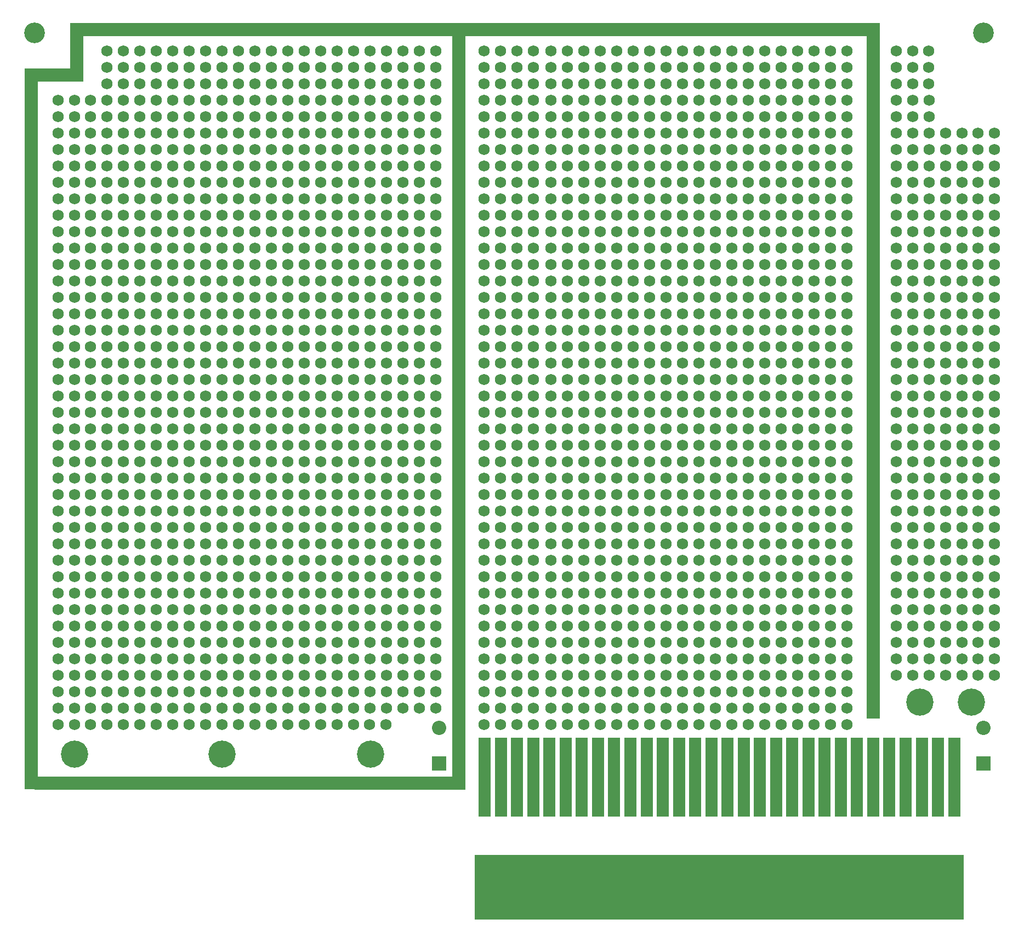
<source format=gts>
G75*
%MOIN*%
%OFA0B0*%
%FSLAX25Y25*%
%IPPOS*%
%LPD*%
%AMOC8*
5,1,8,0,0,1.08239X$1,22.5*
%
%ADD10C,0.12611*%
%ADD11R,2.97244X0.39370*%
%ADD12R,0.07874X4.38976*%
%ADD13R,0.33465X0.07874*%
%ADD14R,0.07874X0.35433*%
%ADD15R,0.07874X4.23228*%
%ADD16R,0.07874X4.64567*%
%ADD17R,4.86220X0.07874*%
%ADD18R,2.53937X0.07874*%
%ADD19C,0.16548*%
%ADD20R,0.07493X0.48044*%
%ADD21R,0.08674X0.08674*%
%ADD22C,0.08674*%
%ADD23C,0.06800*%
D10*
X0021079Y0544370D03*
X0597850Y0544370D03*
D11*
X0437417Y0024291D03*
D12*
X0019110Y0303228D03*
D13*
X0033874Y0518780D03*
D14*
X0046669Y0532559D03*
D15*
X0530921Y0338661D03*
D16*
X0278953Y0316024D03*
D17*
X0285843Y0546339D03*
D18*
X0148047Y0087677D03*
D19*
X0045291Y0105394D03*
X0134858Y0105394D03*
X0225409Y0105394D03*
X0559268Y0136890D03*
X0590764Y0136890D03*
D20*
X0580134Y0091220D03*
X0570291Y0091220D03*
X0560449Y0091220D03*
X0550606Y0091220D03*
X0540764Y0091220D03*
X0530921Y0091220D03*
X0521079Y0091220D03*
X0511236Y0091220D03*
X0501394Y0091220D03*
X0491551Y0091220D03*
X0481709Y0091220D03*
X0471866Y0091220D03*
X0462024Y0091220D03*
X0452181Y0091220D03*
X0442339Y0091220D03*
X0432496Y0091220D03*
X0422654Y0091220D03*
X0412811Y0091220D03*
X0402969Y0091220D03*
X0393126Y0091220D03*
X0383283Y0091220D03*
X0373441Y0091220D03*
X0363598Y0091220D03*
X0353756Y0091220D03*
X0343913Y0091220D03*
X0334071Y0091220D03*
X0324228Y0091220D03*
X0314386Y0091220D03*
X0304543Y0091220D03*
X0294701Y0091220D03*
D21*
X0266827Y0099488D03*
X0597850Y0099488D03*
D22*
X0597850Y0121142D03*
X0266827Y0121142D03*
D23*
X0264780Y0133228D03*
X0254780Y0133228D03*
X0254780Y0143228D03*
X0264780Y0143228D03*
X0264780Y0153228D03*
X0264780Y0163228D03*
X0254780Y0163228D03*
X0254780Y0153228D03*
X0244780Y0153228D03*
X0244780Y0163228D03*
X0244780Y0173228D03*
X0254780Y0173228D03*
X0264780Y0173228D03*
X0264780Y0183228D03*
X0254780Y0183228D03*
X0254780Y0193228D03*
X0264780Y0193228D03*
X0264780Y0203228D03*
X0254780Y0203228D03*
X0254780Y0213228D03*
X0264780Y0213228D03*
X0264780Y0223228D03*
X0254780Y0223228D03*
X0254780Y0233228D03*
X0264780Y0233228D03*
X0264780Y0243228D03*
X0264780Y0253228D03*
X0254780Y0253228D03*
X0254780Y0243228D03*
X0244780Y0243228D03*
X0244780Y0253228D03*
X0244780Y0263228D03*
X0254780Y0263228D03*
X0264780Y0263228D03*
X0264780Y0273228D03*
X0254780Y0273228D03*
X0254780Y0283228D03*
X0264780Y0283228D03*
X0264780Y0293228D03*
X0254780Y0293228D03*
X0254780Y0303228D03*
X0264780Y0303228D03*
X0264780Y0313228D03*
X0254780Y0313228D03*
X0254780Y0323228D03*
X0264780Y0323228D03*
X0264780Y0333228D03*
X0254780Y0333228D03*
X0254780Y0343228D03*
X0264780Y0343228D03*
X0264780Y0353228D03*
X0254780Y0353228D03*
X0254780Y0363228D03*
X0264780Y0363228D03*
X0264780Y0373228D03*
X0264780Y0383228D03*
X0254780Y0383228D03*
X0254780Y0373228D03*
X0244780Y0373228D03*
X0244780Y0383228D03*
X0244780Y0393228D03*
X0254780Y0393228D03*
X0264780Y0393228D03*
X0264780Y0403228D03*
X0254780Y0403228D03*
X0254780Y0413228D03*
X0264780Y0413228D03*
X0264780Y0423228D03*
X0254780Y0423228D03*
X0254780Y0433228D03*
X0264780Y0433228D03*
X0264780Y0443228D03*
X0254780Y0443228D03*
X0254780Y0453228D03*
X0264780Y0453228D03*
X0264780Y0463228D03*
X0254780Y0463228D03*
X0254780Y0473228D03*
X0264780Y0473228D03*
X0264780Y0483228D03*
X0254780Y0483228D03*
X0254780Y0493228D03*
X0264780Y0493228D03*
X0264780Y0503228D03*
X0254780Y0503228D03*
X0254780Y0513228D03*
X0264780Y0513228D03*
X0264780Y0523228D03*
X0254780Y0523228D03*
X0254780Y0533228D03*
X0264780Y0533228D03*
X0244780Y0533228D03*
X0244780Y0523228D03*
X0244780Y0513228D03*
X0244780Y0503228D03*
X0244780Y0493228D03*
X0244780Y0483228D03*
X0244780Y0473228D03*
X0244780Y0463228D03*
X0244780Y0453228D03*
X0244780Y0443228D03*
X0244780Y0433228D03*
X0244780Y0423228D03*
X0244780Y0413228D03*
X0244780Y0403228D03*
X0234780Y0403228D03*
X0224780Y0403228D03*
X0224780Y0393228D03*
X0234780Y0393228D03*
X0234780Y0383228D03*
X0234780Y0373228D03*
X0224780Y0373228D03*
X0224780Y0383228D03*
X0214780Y0383228D03*
X0214780Y0373228D03*
X0204780Y0373228D03*
X0204780Y0383228D03*
X0204780Y0393228D03*
X0214780Y0393228D03*
X0214780Y0403228D03*
X0204780Y0403228D03*
X0204780Y0413228D03*
X0214780Y0413228D03*
X0214780Y0423228D03*
X0204780Y0423228D03*
X0204780Y0433228D03*
X0214780Y0433228D03*
X0224780Y0433228D03*
X0234780Y0433228D03*
X0234780Y0423228D03*
X0234780Y0413228D03*
X0224780Y0413228D03*
X0224780Y0423228D03*
X0224780Y0443228D03*
X0234780Y0443228D03*
X0234780Y0453228D03*
X0234780Y0463228D03*
X0224780Y0463228D03*
X0224780Y0453228D03*
X0214780Y0453228D03*
X0214780Y0463228D03*
X0204780Y0463228D03*
X0204780Y0453228D03*
X0204780Y0443228D03*
X0214780Y0443228D03*
X0194780Y0443228D03*
X0194780Y0433228D03*
X0194780Y0423228D03*
X0194780Y0413228D03*
X0194780Y0403228D03*
X0194780Y0393228D03*
X0194780Y0383228D03*
X0194780Y0373228D03*
X0194780Y0363228D03*
X0204780Y0363228D03*
X0214780Y0363228D03*
X0224780Y0363228D03*
X0234780Y0363228D03*
X0244780Y0363228D03*
X0244780Y0353228D03*
X0244780Y0343228D03*
X0244780Y0333228D03*
X0244780Y0323228D03*
X0244780Y0313228D03*
X0244780Y0303228D03*
X0244780Y0293228D03*
X0244780Y0283228D03*
X0244780Y0273228D03*
X0234780Y0273228D03*
X0224780Y0273228D03*
X0224780Y0263228D03*
X0234780Y0263228D03*
X0234780Y0253228D03*
X0234780Y0243228D03*
X0224780Y0243228D03*
X0224780Y0253228D03*
X0214780Y0253228D03*
X0214780Y0243228D03*
X0204780Y0243228D03*
X0204780Y0253228D03*
X0204780Y0263228D03*
X0214780Y0263228D03*
X0214780Y0273228D03*
X0204780Y0273228D03*
X0204780Y0283228D03*
X0214780Y0283228D03*
X0214780Y0293228D03*
X0204780Y0293228D03*
X0204780Y0303228D03*
X0214780Y0303228D03*
X0224780Y0303228D03*
X0234780Y0303228D03*
X0234780Y0293228D03*
X0234780Y0283228D03*
X0224780Y0283228D03*
X0224780Y0293228D03*
X0224780Y0313228D03*
X0234780Y0313228D03*
X0234780Y0323228D03*
X0234780Y0333228D03*
X0224780Y0333228D03*
X0224780Y0323228D03*
X0214780Y0323228D03*
X0214780Y0333228D03*
X0204780Y0333228D03*
X0204780Y0323228D03*
X0204780Y0313228D03*
X0214780Y0313228D03*
X0194780Y0313228D03*
X0194780Y0303228D03*
X0194780Y0293228D03*
X0194780Y0283228D03*
X0194780Y0273228D03*
X0194780Y0263228D03*
X0194780Y0253228D03*
X0194780Y0243228D03*
X0194780Y0233228D03*
X0204780Y0233228D03*
X0214780Y0233228D03*
X0224780Y0233228D03*
X0234780Y0233228D03*
X0244780Y0233228D03*
X0244780Y0223228D03*
X0244780Y0213228D03*
X0244780Y0203228D03*
X0244780Y0193228D03*
X0244780Y0183228D03*
X0234780Y0183228D03*
X0224780Y0183228D03*
X0224780Y0173228D03*
X0234780Y0173228D03*
X0234780Y0163228D03*
X0234780Y0153228D03*
X0224780Y0153228D03*
X0224780Y0163228D03*
X0214780Y0163228D03*
X0214780Y0153228D03*
X0204780Y0153228D03*
X0204780Y0163228D03*
X0204780Y0173228D03*
X0214780Y0173228D03*
X0214780Y0183228D03*
X0204780Y0183228D03*
X0204780Y0193228D03*
X0214780Y0193228D03*
X0214780Y0203228D03*
X0204780Y0203228D03*
X0204780Y0213228D03*
X0214780Y0213228D03*
X0224780Y0213228D03*
X0234780Y0213228D03*
X0234780Y0203228D03*
X0234780Y0193228D03*
X0224780Y0193228D03*
X0224780Y0203228D03*
X0224780Y0223228D03*
X0234780Y0223228D03*
X0214780Y0223228D03*
X0204780Y0223228D03*
X0194780Y0223228D03*
X0194780Y0213228D03*
X0194780Y0203228D03*
X0194780Y0193228D03*
X0194780Y0183228D03*
X0194780Y0173228D03*
X0194780Y0163228D03*
X0194780Y0153228D03*
X0194780Y0143228D03*
X0204780Y0143228D03*
X0214780Y0143228D03*
X0224780Y0143228D03*
X0234780Y0143228D03*
X0244780Y0143228D03*
X0244780Y0133228D03*
X0234780Y0133228D03*
X0224780Y0133228D03*
X0214780Y0133228D03*
X0204780Y0133228D03*
X0204780Y0123228D03*
X0214780Y0123228D03*
X0224622Y0123228D03*
X0234465Y0123228D03*
X0194780Y0123228D03*
X0194780Y0133228D03*
X0184780Y0133228D03*
X0174780Y0133228D03*
X0174780Y0123228D03*
X0184780Y0123228D03*
X0164780Y0123228D03*
X0154780Y0123228D03*
X0154780Y0133228D03*
X0164780Y0133228D03*
X0164780Y0143228D03*
X0154780Y0143228D03*
X0154780Y0153228D03*
X0164780Y0153228D03*
X0164780Y0163228D03*
X0154780Y0163228D03*
X0154780Y0173228D03*
X0164780Y0173228D03*
X0174780Y0173228D03*
X0184780Y0173228D03*
X0184780Y0163228D03*
X0184780Y0153228D03*
X0174780Y0153228D03*
X0174780Y0163228D03*
X0174780Y0143228D03*
X0184780Y0143228D03*
X0144780Y0143228D03*
X0144780Y0133228D03*
X0144780Y0123228D03*
X0134780Y0123228D03*
X0124780Y0123228D03*
X0114898Y0123228D03*
X0114898Y0133228D03*
X0124780Y0133228D03*
X0134780Y0133228D03*
X0134780Y0143228D03*
X0124780Y0143228D03*
X0114898Y0143228D03*
X0114898Y0153228D03*
X0114898Y0163228D03*
X0124780Y0163228D03*
X0134780Y0163228D03*
X0134780Y0153228D03*
X0124780Y0153228D03*
X0144780Y0153228D03*
X0144780Y0163228D03*
X0144780Y0173228D03*
X0144780Y0183228D03*
X0154780Y0183228D03*
X0164780Y0183228D03*
X0174780Y0183228D03*
X0184780Y0183228D03*
X0184780Y0193228D03*
X0184780Y0203228D03*
X0174780Y0203228D03*
X0174780Y0193228D03*
X0164780Y0193228D03*
X0164780Y0203228D03*
X0154780Y0203228D03*
X0154780Y0193228D03*
X0144780Y0193228D03*
X0144780Y0203228D03*
X0144780Y0213228D03*
X0154780Y0213228D03*
X0164780Y0213228D03*
X0174780Y0213228D03*
X0184780Y0213228D03*
X0184780Y0223228D03*
X0174780Y0223228D03*
X0174780Y0233228D03*
X0184780Y0233228D03*
X0184780Y0243228D03*
X0184780Y0253228D03*
X0174780Y0253228D03*
X0174780Y0243228D03*
X0164780Y0243228D03*
X0164780Y0253228D03*
X0154780Y0253228D03*
X0154780Y0243228D03*
X0154780Y0233228D03*
X0164780Y0233228D03*
X0164780Y0223228D03*
X0154780Y0223228D03*
X0144780Y0223228D03*
X0144780Y0233228D03*
X0144780Y0243228D03*
X0144780Y0253228D03*
X0144780Y0263228D03*
X0154780Y0263228D03*
X0164780Y0263228D03*
X0174780Y0263228D03*
X0184780Y0263228D03*
X0184780Y0273228D03*
X0174780Y0273228D03*
X0174780Y0283228D03*
X0184780Y0283228D03*
X0184780Y0293228D03*
X0174780Y0293228D03*
X0174780Y0303228D03*
X0184780Y0303228D03*
X0184780Y0313228D03*
X0174780Y0313228D03*
X0174780Y0323228D03*
X0184780Y0323228D03*
X0184780Y0333228D03*
X0174780Y0333228D03*
X0174780Y0343228D03*
X0184780Y0343228D03*
X0194780Y0343228D03*
X0204780Y0343228D03*
X0214780Y0343228D03*
X0224780Y0343228D03*
X0234780Y0343228D03*
X0234780Y0353228D03*
X0224780Y0353228D03*
X0214780Y0353228D03*
X0204780Y0353228D03*
X0194780Y0353228D03*
X0184780Y0353228D03*
X0174780Y0353228D03*
X0174780Y0363228D03*
X0184780Y0363228D03*
X0184780Y0373228D03*
X0184780Y0383228D03*
X0174780Y0383228D03*
X0174780Y0373228D03*
X0164780Y0373228D03*
X0164780Y0383228D03*
X0154780Y0383228D03*
X0154780Y0373228D03*
X0154780Y0363228D03*
X0164780Y0363228D03*
X0164780Y0353228D03*
X0154780Y0353228D03*
X0154780Y0343228D03*
X0164780Y0343228D03*
X0164780Y0333228D03*
X0164780Y0323228D03*
X0154780Y0323228D03*
X0154780Y0333228D03*
X0144780Y0333228D03*
X0144780Y0323228D03*
X0144780Y0313228D03*
X0154780Y0313228D03*
X0164780Y0313228D03*
X0164780Y0303228D03*
X0154780Y0303228D03*
X0154780Y0293228D03*
X0164780Y0293228D03*
X0164780Y0283228D03*
X0154780Y0283228D03*
X0154780Y0273228D03*
X0164780Y0273228D03*
X0144780Y0273228D03*
X0144780Y0283228D03*
X0144780Y0293228D03*
X0144780Y0303228D03*
X0134780Y0303228D03*
X0124780Y0303228D03*
X0114898Y0303228D03*
X0114898Y0293228D03*
X0114898Y0283228D03*
X0124780Y0283228D03*
X0134780Y0283228D03*
X0134780Y0293228D03*
X0124780Y0293228D03*
X0124780Y0273228D03*
X0134780Y0273228D03*
X0134780Y0263228D03*
X0124780Y0263228D03*
X0114898Y0263228D03*
X0114898Y0253228D03*
X0114898Y0243228D03*
X0124780Y0243228D03*
X0134780Y0243228D03*
X0134780Y0253228D03*
X0124780Y0253228D03*
X0124780Y0233228D03*
X0134780Y0233228D03*
X0134780Y0223228D03*
X0124780Y0223228D03*
X0114898Y0223228D03*
X0114898Y0213228D03*
X0124780Y0213228D03*
X0134780Y0213228D03*
X0134780Y0203228D03*
X0134780Y0193228D03*
X0124780Y0193228D03*
X0124780Y0203228D03*
X0114898Y0203228D03*
X0114898Y0193228D03*
X0114898Y0183228D03*
X0124780Y0183228D03*
X0134780Y0183228D03*
X0134780Y0173228D03*
X0124780Y0173228D03*
X0114898Y0173228D03*
X0104898Y0173228D03*
X0094898Y0173228D03*
X0094898Y0163228D03*
X0104898Y0163228D03*
X0104898Y0153228D03*
X0094898Y0153228D03*
X0094898Y0143228D03*
X0104898Y0143228D03*
X0104898Y0133228D03*
X0094898Y0133228D03*
X0094898Y0123228D03*
X0104898Y0123228D03*
X0084898Y0123228D03*
X0074898Y0123228D03*
X0074898Y0133228D03*
X0084898Y0133228D03*
X0084898Y0143228D03*
X0074898Y0143228D03*
X0074898Y0153228D03*
X0084898Y0153228D03*
X0084898Y0163228D03*
X0074898Y0163228D03*
X0074898Y0173228D03*
X0084898Y0173228D03*
X0084898Y0183228D03*
X0074898Y0183228D03*
X0074898Y0193228D03*
X0084898Y0193228D03*
X0084898Y0203228D03*
X0074898Y0203228D03*
X0074898Y0213228D03*
X0084898Y0213228D03*
X0094898Y0213228D03*
X0104898Y0213228D03*
X0104898Y0203228D03*
X0104898Y0193228D03*
X0094898Y0193228D03*
X0094898Y0203228D03*
X0094898Y0183228D03*
X0104898Y0183228D03*
X0064898Y0183228D03*
X0064898Y0173228D03*
X0064898Y0163228D03*
X0064898Y0153228D03*
X0064898Y0143228D03*
X0064898Y0133228D03*
X0064898Y0123228D03*
X0054898Y0123228D03*
X0045213Y0123228D03*
X0045213Y0133228D03*
X0054898Y0133228D03*
X0054898Y0143228D03*
X0045213Y0143228D03*
X0045213Y0153228D03*
X0054898Y0153228D03*
X0054898Y0163228D03*
X0045213Y0163228D03*
X0045213Y0173228D03*
X0054898Y0173228D03*
X0054898Y0183228D03*
X0045213Y0183228D03*
X0045213Y0193228D03*
X0054898Y0193228D03*
X0054898Y0203228D03*
X0045213Y0203228D03*
X0045213Y0213228D03*
X0054898Y0213228D03*
X0064898Y0213228D03*
X0064898Y0203228D03*
X0064898Y0193228D03*
X0035213Y0193228D03*
X0035213Y0203228D03*
X0035213Y0213228D03*
X0035213Y0223228D03*
X0045213Y0223228D03*
X0054898Y0223228D03*
X0064898Y0223228D03*
X0074898Y0223228D03*
X0084898Y0223228D03*
X0094898Y0223228D03*
X0104898Y0223228D03*
X0104898Y0233228D03*
X0094898Y0233228D03*
X0094898Y0243228D03*
X0104898Y0243228D03*
X0104898Y0253228D03*
X0094898Y0253228D03*
X0094898Y0263228D03*
X0104898Y0263228D03*
X0104898Y0273228D03*
X0094898Y0273228D03*
X0094898Y0283228D03*
X0104898Y0283228D03*
X0104898Y0293228D03*
X0094898Y0293228D03*
X0094898Y0303228D03*
X0104898Y0303228D03*
X0104898Y0313228D03*
X0094898Y0313228D03*
X0094898Y0323228D03*
X0104898Y0323228D03*
X0104898Y0333228D03*
X0094898Y0333228D03*
X0094898Y0343228D03*
X0104898Y0343228D03*
X0114898Y0343228D03*
X0124780Y0343228D03*
X0134780Y0343228D03*
X0144780Y0343228D03*
X0144780Y0353228D03*
X0144780Y0363228D03*
X0144780Y0373228D03*
X0144780Y0383228D03*
X0144780Y0393228D03*
X0154780Y0393228D03*
X0164780Y0393228D03*
X0174780Y0393228D03*
X0184780Y0393228D03*
X0184780Y0403228D03*
X0174780Y0403228D03*
X0174780Y0413228D03*
X0184780Y0413228D03*
X0184780Y0423228D03*
X0174780Y0423228D03*
X0174780Y0433228D03*
X0184780Y0433228D03*
X0184780Y0443228D03*
X0174780Y0443228D03*
X0174780Y0453228D03*
X0184780Y0453228D03*
X0184780Y0463228D03*
X0174780Y0463228D03*
X0174780Y0473228D03*
X0184780Y0473228D03*
X0194780Y0473228D03*
X0204780Y0473228D03*
X0214780Y0473228D03*
X0224780Y0473228D03*
X0234780Y0473228D03*
X0234780Y0483228D03*
X0224780Y0483228D03*
X0224780Y0493228D03*
X0234780Y0493228D03*
X0234780Y0503228D03*
X0224780Y0503228D03*
X0224780Y0513228D03*
X0234780Y0513228D03*
X0234780Y0523228D03*
X0224780Y0523228D03*
X0224780Y0533228D03*
X0234780Y0533228D03*
X0214780Y0533228D03*
X0204780Y0533228D03*
X0204780Y0523228D03*
X0214780Y0523228D03*
X0214780Y0513228D03*
X0204780Y0513228D03*
X0204780Y0503228D03*
X0214780Y0503228D03*
X0214780Y0493228D03*
X0204780Y0493228D03*
X0204780Y0483228D03*
X0214780Y0483228D03*
X0194780Y0483228D03*
X0194780Y0493228D03*
X0194780Y0503228D03*
X0194780Y0513228D03*
X0194780Y0523228D03*
X0194780Y0533228D03*
X0184780Y0533228D03*
X0174780Y0533228D03*
X0174780Y0523228D03*
X0184780Y0523228D03*
X0184780Y0513228D03*
X0174780Y0513228D03*
X0174780Y0503228D03*
X0184780Y0503228D03*
X0184780Y0493228D03*
X0174780Y0493228D03*
X0174780Y0483228D03*
X0184780Y0483228D03*
X0164780Y0483228D03*
X0154780Y0483228D03*
X0154780Y0473228D03*
X0164780Y0473228D03*
X0164780Y0463228D03*
X0164780Y0453228D03*
X0154780Y0453228D03*
X0154780Y0463228D03*
X0144780Y0463228D03*
X0144780Y0453228D03*
X0144780Y0443228D03*
X0154780Y0443228D03*
X0164780Y0443228D03*
X0164780Y0433228D03*
X0154780Y0433228D03*
X0154780Y0423228D03*
X0164780Y0423228D03*
X0164780Y0413228D03*
X0154780Y0413228D03*
X0154780Y0403228D03*
X0164780Y0403228D03*
X0144780Y0403228D03*
X0144780Y0413228D03*
X0144780Y0423228D03*
X0144780Y0433228D03*
X0134780Y0433228D03*
X0124780Y0433228D03*
X0114898Y0433228D03*
X0114898Y0423228D03*
X0114898Y0413228D03*
X0124780Y0413228D03*
X0134780Y0413228D03*
X0134780Y0423228D03*
X0124780Y0423228D03*
X0124780Y0403228D03*
X0134780Y0403228D03*
X0134780Y0393228D03*
X0124780Y0393228D03*
X0114898Y0393228D03*
X0114898Y0383228D03*
X0114898Y0373228D03*
X0124780Y0373228D03*
X0134780Y0373228D03*
X0134780Y0383228D03*
X0124780Y0383228D03*
X0124780Y0363228D03*
X0134780Y0363228D03*
X0134780Y0353228D03*
X0124780Y0353228D03*
X0114898Y0353228D03*
X0114898Y0363228D03*
X0104898Y0363228D03*
X0094898Y0363228D03*
X0094898Y0353228D03*
X0104898Y0353228D03*
X0084898Y0353228D03*
X0074898Y0353228D03*
X0074898Y0343228D03*
X0084898Y0343228D03*
X0084898Y0333228D03*
X0084898Y0323228D03*
X0074898Y0323228D03*
X0074898Y0333228D03*
X0064898Y0333228D03*
X0064898Y0323228D03*
X0064898Y0313228D03*
X0074898Y0313228D03*
X0084898Y0313228D03*
X0084898Y0303228D03*
X0074898Y0303228D03*
X0074898Y0293228D03*
X0084898Y0293228D03*
X0084898Y0283228D03*
X0074898Y0283228D03*
X0074898Y0273228D03*
X0084898Y0273228D03*
X0084898Y0263228D03*
X0074898Y0263228D03*
X0074898Y0253228D03*
X0084898Y0253228D03*
X0084898Y0243228D03*
X0074898Y0243228D03*
X0074898Y0233228D03*
X0084898Y0233228D03*
X0064898Y0233228D03*
X0064898Y0243228D03*
X0064898Y0253228D03*
X0064898Y0263228D03*
X0064898Y0273228D03*
X0064898Y0283228D03*
X0064898Y0293228D03*
X0064898Y0303228D03*
X0054898Y0303228D03*
X0045213Y0303228D03*
X0045213Y0293228D03*
X0054898Y0293228D03*
X0054898Y0283228D03*
X0045213Y0283228D03*
X0045213Y0273228D03*
X0054898Y0273228D03*
X0054898Y0263228D03*
X0045213Y0263228D03*
X0045213Y0253228D03*
X0054898Y0253228D03*
X0054898Y0243228D03*
X0045213Y0243228D03*
X0045213Y0233228D03*
X0054898Y0233228D03*
X0035213Y0233228D03*
X0035213Y0243228D03*
X0035213Y0253228D03*
X0035213Y0263228D03*
X0035213Y0273228D03*
X0035213Y0283228D03*
X0035213Y0293228D03*
X0035213Y0303228D03*
X0035213Y0313228D03*
X0045213Y0313228D03*
X0054898Y0313228D03*
X0054898Y0323228D03*
X0045213Y0323228D03*
X0045213Y0333228D03*
X0054898Y0333228D03*
X0054898Y0343228D03*
X0045213Y0343228D03*
X0045213Y0353228D03*
X0054898Y0353228D03*
X0064898Y0353228D03*
X0064898Y0343228D03*
X0064898Y0363228D03*
X0074898Y0363228D03*
X0084898Y0363228D03*
X0084898Y0373228D03*
X0084898Y0383228D03*
X0074898Y0383228D03*
X0074898Y0373228D03*
X0064898Y0373228D03*
X0064898Y0383228D03*
X0064898Y0393228D03*
X0074898Y0393228D03*
X0084898Y0393228D03*
X0094898Y0393228D03*
X0104898Y0393228D03*
X0104898Y0383228D03*
X0104898Y0373228D03*
X0094898Y0373228D03*
X0094898Y0383228D03*
X0094898Y0403228D03*
X0104898Y0403228D03*
X0114898Y0403228D03*
X0104898Y0413228D03*
X0104898Y0423228D03*
X0094898Y0423228D03*
X0094898Y0413228D03*
X0084898Y0413228D03*
X0084898Y0423228D03*
X0074898Y0423228D03*
X0074898Y0413228D03*
X0074898Y0403228D03*
X0084898Y0403228D03*
X0064898Y0403228D03*
X0064898Y0413228D03*
X0064898Y0423228D03*
X0064898Y0433228D03*
X0074898Y0433228D03*
X0084898Y0433228D03*
X0094898Y0433228D03*
X0104898Y0433228D03*
X0104898Y0443228D03*
X0094898Y0443228D03*
X0094898Y0453228D03*
X0104898Y0453228D03*
X0104898Y0463228D03*
X0094898Y0463228D03*
X0094898Y0473228D03*
X0104898Y0473228D03*
X0114898Y0473228D03*
X0124780Y0473228D03*
X0134780Y0473228D03*
X0144780Y0473228D03*
X0144780Y0483228D03*
X0144780Y0493228D03*
X0144780Y0503228D03*
X0154780Y0503228D03*
X0164780Y0503228D03*
X0164780Y0493228D03*
X0154780Y0493228D03*
X0154780Y0513228D03*
X0164780Y0513228D03*
X0164780Y0523228D03*
X0154780Y0523228D03*
X0154780Y0533228D03*
X0164780Y0533228D03*
X0144780Y0533228D03*
X0144780Y0523228D03*
X0144780Y0513228D03*
X0134780Y0513228D03*
X0124780Y0513228D03*
X0114898Y0513228D03*
X0114898Y0503228D03*
X0114898Y0493228D03*
X0124780Y0493228D03*
X0134780Y0493228D03*
X0134780Y0503228D03*
X0124780Y0503228D03*
X0124780Y0483228D03*
X0134780Y0483228D03*
X0114898Y0483228D03*
X0104898Y0483228D03*
X0094898Y0483228D03*
X0094898Y0493228D03*
X0104898Y0493228D03*
X0104898Y0503228D03*
X0094898Y0503228D03*
X0094898Y0513228D03*
X0104898Y0513228D03*
X0104898Y0523228D03*
X0094898Y0523228D03*
X0094898Y0533228D03*
X0104898Y0533228D03*
X0114898Y0533228D03*
X0124780Y0533228D03*
X0134780Y0533228D03*
X0134780Y0523228D03*
X0124780Y0523228D03*
X0114898Y0523228D03*
X0084898Y0523228D03*
X0074898Y0523228D03*
X0074898Y0513228D03*
X0084898Y0513228D03*
X0084898Y0503228D03*
X0084898Y0493228D03*
X0074898Y0493228D03*
X0074898Y0503228D03*
X0064898Y0503228D03*
X0064898Y0493228D03*
X0064898Y0483228D03*
X0074898Y0483228D03*
X0084898Y0483228D03*
X0084898Y0473228D03*
X0074898Y0473228D03*
X0074898Y0463228D03*
X0084898Y0463228D03*
X0084898Y0453228D03*
X0074898Y0453228D03*
X0074898Y0443228D03*
X0084898Y0443228D03*
X0064898Y0443228D03*
X0064898Y0453228D03*
X0064898Y0463228D03*
X0064898Y0473228D03*
X0054898Y0473228D03*
X0045213Y0473228D03*
X0045213Y0463228D03*
X0054898Y0463228D03*
X0054898Y0453228D03*
X0045213Y0453228D03*
X0045213Y0443228D03*
X0054898Y0443228D03*
X0054898Y0433228D03*
X0045213Y0433228D03*
X0045213Y0423228D03*
X0054898Y0423228D03*
X0054898Y0413228D03*
X0045213Y0413228D03*
X0045213Y0403228D03*
X0054898Y0403228D03*
X0054898Y0393228D03*
X0045213Y0393228D03*
X0045213Y0383228D03*
X0054898Y0383228D03*
X0054898Y0373228D03*
X0045213Y0373228D03*
X0045213Y0363228D03*
X0054898Y0363228D03*
X0035213Y0363228D03*
X0035213Y0353228D03*
X0035213Y0343228D03*
X0035213Y0333228D03*
X0035213Y0323228D03*
X0035213Y0373228D03*
X0035213Y0383228D03*
X0035213Y0393228D03*
X0035213Y0403228D03*
X0035213Y0413228D03*
X0035213Y0423228D03*
X0035213Y0433228D03*
X0035213Y0443228D03*
X0035213Y0453228D03*
X0035213Y0463228D03*
X0035213Y0473228D03*
X0035213Y0483228D03*
X0045213Y0483228D03*
X0054898Y0483228D03*
X0054898Y0493228D03*
X0045213Y0493228D03*
X0045213Y0503228D03*
X0054898Y0503228D03*
X0064898Y0513228D03*
X0064898Y0523228D03*
X0064898Y0533228D03*
X0074898Y0533228D03*
X0084898Y0533228D03*
X0035213Y0503228D03*
X0035213Y0493228D03*
X0114898Y0463228D03*
X0114898Y0453228D03*
X0124780Y0453228D03*
X0134780Y0453228D03*
X0134780Y0463228D03*
X0124780Y0463228D03*
X0124780Y0443228D03*
X0134780Y0443228D03*
X0114898Y0443228D03*
X0194780Y0453228D03*
X0194780Y0463228D03*
X0294425Y0463228D03*
X0294425Y0453228D03*
X0294425Y0443228D03*
X0294425Y0433228D03*
X0294425Y0423228D03*
X0294425Y0413228D03*
X0294425Y0403228D03*
X0294425Y0393228D03*
X0294425Y0383228D03*
X0294425Y0373228D03*
X0294425Y0363228D03*
X0294425Y0353228D03*
X0294425Y0343228D03*
X0294425Y0333228D03*
X0294425Y0323228D03*
X0294425Y0313228D03*
X0294425Y0303228D03*
X0294425Y0293228D03*
X0294425Y0283228D03*
X0294425Y0273228D03*
X0294425Y0263228D03*
X0294425Y0253228D03*
X0294425Y0243228D03*
X0294425Y0233228D03*
X0294425Y0223228D03*
X0294425Y0213228D03*
X0294425Y0203228D03*
X0294425Y0193228D03*
X0294425Y0183228D03*
X0294425Y0173228D03*
X0294425Y0163228D03*
X0294425Y0153228D03*
X0294425Y0143228D03*
X0294425Y0133228D03*
X0294425Y0123386D03*
X0304425Y0123386D03*
X0314425Y0123386D03*
X0314425Y0133228D03*
X0304425Y0133228D03*
X0304425Y0143228D03*
X0314425Y0143228D03*
X0324425Y0143228D03*
X0324425Y0133228D03*
X0324425Y0123386D03*
X0334780Y0123386D03*
X0344780Y0123386D03*
X0344780Y0133228D03*
X0334780Y0133228D03*
X0334780Y0143228D03*
X0344780Y0143228D03*
X0354780Y0143228D03*
X0364780Y0143228D03*
X0374780Y0143228D03*
X0384780Y0143228D03*
X0394780Y0143228D03*
X0404780Y0143228D03*
X0414780Y0143228D03*
X0424780Y0143228D03*
X0434780Y0143228D03*
X0444780Y0143228D03*
X0454780Y0143228D03*
X0464780Y0143228D03*
X0474780Y0143228D03*
X0484780Y0143228D03*
X0494780Y0143228D03*
X0504780Y0143228D03*
X0514780Y0143228D03*
X0514780Y0133228D03*
X0514780Y0123386D03*
X0504780Y0123386D03*
X0504780Y0133228D03*
X0494780Y0133228D03*
X0484780Y0133228D03*
X0484780Y0123386D03*
X0494780Y0123386D03*
X0474780Y0123386D03*
X0464780Y0123386D03*
X0464780Y0133228D03*
X0474780Y0133228D03*
X0454780Y0133228D03*
X0454780Y0123386D03*
X0444780Y0123386D03*
X0434780Y0123386D03*
X0434780Y0133228D03*
X0444780Y0133228D03*
X0424780Y0133228D03*
X0414780Y0133228D03*
X0414780Y0123386D03*
X0424780Y0123386D03*
X0404780Y0123386D03*
X0404780Y0133228D03*
X0394780Y0133228D03*
X0384780Y0133228D03*
X0384780Y0123386D03*
X0394780Y0123386D03*
X0374780Y0123386D03*
X0374780Y0133228D03*
X0364780Y0133228D03*
X0354780Y0133228D03*
X0354780Y0123386D03*
X0364780Y0123386D03*
X0364780Y0153228D03*
X0364780Y0163228D03*
X0354780Y0163228D03*
X0354780Y0153228D03*
X0344780Y0153228D03*
X0344780Y0163228D03*
X0334780Y0163228D03*
X0334780Y0153228D03*
X0324425Y0153228D03*
X0324425Y0163228D03*
X0314425Y0163228D03*
X0314425Y0153228D03*
X0304425Y0153228D03*
X0304425Y0163228D03*
X0304425Y0173228D03*
X0314425Y0173228D03*
X0324425Y0173228D03*
X0324425Y0183228D03*
X0314425Y0183228D03*
X0304425Y0183228D03*
X0304425Y0193228D03*
X0314425Y0193228D03*
X0314425Y0203228D03*
X0304425Y0203228D03*
X0304425Y0213228D03*
X0314425Y0213228D03*
X0324425Y0213228D03*
X0324425Y0203228D03*
X0324425Y0193228D03*
X0334780Y0193228D03*
X0344780Y0193228D03*
X0344780Y0203228D03*
X0334780Y0203228D03*
X0334780Y0213228D03*
X0344780Y0213228D03*
X0354780Y0213228D03*
X0364780Y0213228D03*
X0374780Y0213228D03*
X0384780Y0213228D03*
X0394780Y0213228D03*
X0404780Y0213228D03*
X0414780Y0213228D03*
X0424780Y0213228D03*
X0434780Y0213228D03*
X0444780Y0213228D03*
X0454780Y0213228D03*
X0464780Y0213228D03*
X0474780Y0213228D03*
X0484780Y0213228D03*
X0494780Y0213228D03*
X0504780Y0213228D03*
X0514780Y0213228D03*
X0514780Y0203228D03*
X0514780Y0193228D03*
X0514780Y0183228D03*
X0514780Y0173228D03*
X0514780Y0163228D03*
X0514780Y0153228D03*
X0504780Y0153228D03*
X0504780Y0163228D03*
X0504780Y0173228D03*
X0504780Y0183228D03*
X0504780Y0193228D03*
X0504780Y0203228D03*
X0494780Y0203228D03*
X0494780Y0193228D03*
X0484780Y0193228D03*
X0484780Y0203228D03*
X0474780Y0203228D03*
X0474780Y0193228D03*
X0464780Y0193228D03*
X0464780Y0203228D03*
X0454780Y0203228D03*
X0454780Y0193228D03*
X0454780Y0183228D03*
X0464780Y0183228D03*
X0474780Y0183228D03*
X0484780Y0183228D03*
X0494780Y0183228D03*
X0494780Y0173228D03*
X0484780Y0173228D03*
X0484780Y0163228D03*
X0494780Y0163228D03*
X0494780Y0153228D03*
X0484780Y0153228D03*
X0474780Y0153228D03*
X0474780Y0163228D03*
X0464780Y0163228D03*
X0464780Y0153228D03*
X0454780Y0153228D03*
X0454780Y0163228D03*
X0454780Y0173228D03*
X0464780Y0173228D03*
X0474780Y0173228D03*
X0444780Y0173228D03*
X0434780Y0173228D03*
X0434780Y0163228D03*
X0444780Y0163228D03*
X0444780Y0153228D03*
X0434780Y0153228D03*
X0424780Y0153228D03*
X0424780Y0163228D03*
X0414780Y0163228D03*
X0414780Y0153228D03*
X0404780Y0153228D03*
X0404780Y0163228D03*
X0404780Y0173228D03*
X0414780Y0173228D03*
X0424780Y0173228D03*
X0424780Y0183228D03*
X0414780Y0183228D03*
X0414780Y0193228D03*
X0424780Y0193228D03*
X0424780Y0203228D03*
X0414780Y0203228D03*
X0404780Y0203228D03*
X0404780Y0193228D03*
X0404780Y0183228D03*
X0394780Y0183228D03*
X0384780Y0183228D03*
X0384780Y0173228D03*
X0394780Y0173228D03*
X0394780Y0163228D03*
X0394780Y0153228D03*
X0384780Y0153228D03*
X0384780Y0163228D03*
X0374780Y0163228D03*
X0374780Y0153228D03*
X0374780Y0173228D03*
X0374780Y0183228D03*
X0374780Y0193228D03*
X0374780Y0203228D03*
X0384780Y0203228D03*
X0394780Y0203228D03*
X0394780Y0193228D03*
X0384780Y0193228D03*
X0364780Y0193228D03*
X0364780Y0203228D03*
X0354780Y0203228D03*
X0354780Y0193228D03*
X0354780Y0183228D03*
X0364780Y0183228D03*
X0364780Y0173228D03*
X0354780Y0173228D03*
X0344780Y0173228D03*
X0334780Y0173228D03*
X0334780Y0183228D03*
X0344780Y0183228D03*
X0344780Y0223228D03*
X0334780Y0223228D03*
X0334780Y0233228D03*
X0344780Y0233228D03*
X0354780Y0233228D03*
X0364780Y0233228D03*
X0374780Y0233228D03*
X0384780Y0233228D03*
X0394780Y0233228D03*
X0404780Y0233228D03*
X0414780Y0233228D03*
X0424780Y0233228D03*
X0434780Y0233228D03*
X0444780Y0233228D03*
X0454780Y0233228D03*
X0464780Y0233228D03*
X0474780Y0233228D03*
X0484780Y0233228D03*
X0494780Y0233228D03*
X0504780Y0233228D03*
X0514780Y0233228D03*
X0514780Y0223228D03*
X0504780Y0223228D03*
X0494780Y0223228D03*
X0484780Y0223228D03*
X0474780Y0223228D03*
X0464780Y0223228D03*
X0454780Y0223228D03*
X0444780Y0223228D03*
X0434780Y0223228D03*
X0424780Y0223228D03*
X0414780Y0223228D03*
X0404780Y0223228D03*
X0394780Y0223228D03*
X0384780Y0223228D03*
X0374780Y0223228D03*
X0364780Y0223228D03*
X0354780Y0223228D03*
X0354780Y0243228D03*
X0364780Y0243228D03*
X0364780Y0253228D03*
X0354780Y0253228D03*
X0354780Y0263228D03*
X0364780Y0263228D03*
X0374780Y0263228D03*
X0384780Y0263228D03*
X0394780Y0263228D03*
X0404780Y0263228D03*
X0414780Y0263228D03*
X0424780Y0263228D03*
X0434780Y0263228D03*
X0444780Y0263228D03*
X0454780Y0263228D03*
X0464780Y0263228D03*
X0474780Y0263228D03*
X0484780Y0263228D03*
X0494780Y0263228D03*
X0504780Y0263228D03*
X0514780Y0263228D03*
X0514780Y0253228D03*
X0514780Y0243228D03*
X0504780Y0243228D03*
X0504780Y0253228D03*
X0494780Y0253228D03*
X0494780Y0243228D03*
X0484780Y0243228D03*
X0484780Y0253228D03*
X0474780Y0253228D03*
X0474780Y0243228D03*
X0464780Y0243228D03*
X0464780Y0253228D03*
X0454780Y0253228D03*
X0454780Y0243228D03*
X0444780Y0243228D03*
X0444780Y0253228D03*
X0434780Y0253228D03*
X0434780Y0243228D03*
X0424780Y0243228D03*
X0424780Y0253228D03*
X0414780Y0253228D03*
X0414780Y0243228D03*
X0404780Y0243228D03*
X0404780Y0253228D03*
X0394780Y0253228D03*
X0394780Y0243228D03*
X0384780Y0243228D03*
X0384780Y0253228D03*
X0374780Y0253228D03*
X0374780Y0243228D03*
X0374780Y0273228D03*
X0384780Y0273228D03*
X0394780Y0273228D03*
X0404780Y0273228D03*
X0414780Y0273228D03*
X0424780Y0273228D03*
X0434780Y0273228D03*
X0444780Y0273228D03*
X0454780Y0273228D03*
X0464780Y0273228D03*
X0474780Y0273228D03*
X0484780Y0273228D03*
X0494780Y0273228D03*
X0504780Y0273228D03*
X0514780Y0273228D03*
X0514780Y0283228D03*
X0514780Y0293228D03*
X0514780Y0303228D03*
X0514780Y0313228D03*
X0514780Y0323228D03*
X0514780Y0333228D03*
X0514780Y0343228D03*
X0514780Y0353228D03*
X0514780Y0363228D03*
X0514780Y0373228D03*
X0514780Y0383228D03*
X0514780Y0393228D03*
X0514780Y0403228D03*
X0514780Y0413228D03*
X0514780Y0423228D03*
X0514780Y0433228D03*
X0514780Y0443228D03*
X0514780Y0453228D03*
X0514780Y0463228D03*
X0514780Y0473228D03*
X0514780Y0483228D03*
X0514780Y0493228D03*
X0514780Y0503228D03*
X0514780Y0513228D03*
X0514780Y0523228D03*
X0514780Y0533228D03*
X0504780Y0533228D03*
X0504780Y0523228D03*
X0504780Y0513228D03*
X0504780Y0503228D03*
X0504780Y0493228D03*
X0504780Y0483228D03*
X0504780Y0473228D03*
X0504780Y0463228D03*
X0504780Y0453228D03*
X0504780Y0443228D03*
X0504780Y0433228D03*
X0504780Y0423228D03*
X0504780Y0413228D03*
X0504780Y0403228D03*
X0504780Y0393228D03*
X0504780Y0383228D03*
X0504780Y0373228D03*
X0504780Y0363228D03*
X0504780Y0353228D03*
X0504780Y0343228D03*
X0504780Y0333228D03*
X0504780Y0323228D03*
X0504780Y0313228D03*
X0504780Y0303228D03*
X0504780Y0293228D03*
X0504780Y0283228D03*
X0494780Y0283228D03*
X0494780Y0293228D03*
X0484780Y0293228D03*
X0484780Y0283228D03*
X0474780Y0283228D03*
X0474780Y0293228D03*
X0464780Y0293228D03*
X0464780Y0283228D03*
X0454780Y0283228D03*
X0454780Y0293228D03*
X0454780Y0303228D03*
X0464780Y0303228D03*
X0474780Y0303228D03*
X0484780Y0303228D03*
X0494780Y0303228D03*
X0494780Y0313228D03*
X0484780Y0313228D03*
X0484780Y0323228D03*
X0494780Y0323228D03*
X0494780Y0333228D03*
X0484780Y0333228D03*
X0484780Y0343228D03*
X0494780Y0343228D03*
X0494780Y0353228D03*
X0484780Y0353228D03*
X0484780Y0363228D03*
X0494780Y0363228D03*
X0494780Y0373228D03*
X0494780Y0383228D03*
X0484780Y0383228D03*
X0484780Y0373228D03*
X0474780Y0373228D03*
X0474780Y0383228D03*
X0464780Y0383228D03*
X0464780Y0373228D03*
X0464780Y0363228D03*
X0474780Y0363228D03*
X0474780Y0353228D03*
X0464780Y0353228D03*
X0464780Y0343228D03*
X0474780Y0343228D03*
X0474780Y0333228D03*
X0474780Y0323228D03*
X0464780Y0323228D03*
X0464780Y0333228D03*
X0454780Y0333228D03*
X0454780Y0323228D03*
X0454780Y0313228D03*
X0464780Y0313228D03*
X0474780Y0313228D03*
X0444780Y0313228D03*
X0434780Y0313228D03*
X0434780Y0303228D03*
X0444780Y0303228D03*
X0444780Y0293228D03*
X0444780Y0283228D03*
X0434780Y0283228D03*
X0434780Y0293228D03*
X0424780Y0293228D03*
X0424780Y0283228D03*
X0414780Y0283228D03*
X0414780Y0293228D03*
X0414780Y0303228D03*
X0424780Y0303228D03*
X0424780Y0313228D03*
X0414780Y0313228D03*
X0414780Y0323228D03*
X0424780Y0323228D03*
X0424780Y0333228D03*
X0414780Y0333228D03*
X0414780Y0343228D03*
X0424780Y0343228D03*
X0434780Y0343228D03*
X0444780Y0343228D03*
X0454780Y0343228D03*
X0454780Y0353228D03*
X0454780Y0363228D03*
X0454780Y0373228D03*
X0454780Y0383228D03*
X0454780Y0393228D03*
X0464780Y0393228D03*
X0474780Y0393228D03*
X0484780Y0393228D03*
X0494780Y0393228D03*
X0494780Y0403228D03*
X0484780Y0403228D03*
X0484780Y0413228D03*
X0494780Y0413228D03*
X0494780Y0423228D03*
X0484780Y0423228D03*
X0484780Y0433228D03*
X0494780Y0433228D03*
X0494780Y0443228D03*
X0484780Y0443228D03*
X0484780Y0453228D03*
X0494780Y0453228D03*
X0494780Y0463228D03*
X0484780Y0463228D03*
X0484780Y0473228D03*
X0494780Y0473228D03*
X0494780Y0483228D03*
X0484780Y0483228D03*
X0484780Y0493228D03*
X0494780Y0493228D03*
X0494780Y0503228D03*
X0484780Y0503228D03*
X0484780Y0513228D03*
X0494780Y0513228D03*
X0494780Y0523228D03*
X0484780Y0523228D03*
X0484780Y0533228D03*
X0494780Y0533228D03*
X0474780Y0533228D03*
X0464780Y0533228D03*
X0464780Y0523228D03*
X0474780Y0523228D03*
X0474780Y0513228D03*
X0464780Y0513228D03*
X0464780Y0503228D03*
X0474780Y0503228D03*
X0474780Y0493228D03*
X0464780Y0493228D03*
X0464780Y0483228D03*
X0474780Y0483228D03*
X0474780Y0473228D03*
X0464780Y0473228D03*
X0464780Y0463228D03*
X0474780Y0463228D03*
X0474780Y0453228D03*
X0464780Y0453228D03*
X0464780Y0443228D03*
X0474780Y0443228D03*
X0474780Y0433228D03*
X0464780Y0433228D03*
X0464780Y0423228D03*
X0474780Y0423228D03*
X0474780Y0413228D03*
X0464780Y0413228D03*
X0464780Y0403228D03*
X0474780Y0403228D03*
X0454780Y0403228D03*
X0454780Y0413228D03*
X0454780Y0423228D03*
X0454780Y0433228D03*
X0454780Y0443228D03*
X0454780Y0453228D03*
X0454780Y0463228D03*
X0454780Y0473228D03*
X0454780Y0483228D03*
X0454780Y0493228D03*
X0454780Y0503228D03*
X0454780Y0513228D03*
X0454780Y0523228D03*
X0454780Y0533228D03*
X0444780Y0533228D03*
X0434780Y0533228D03*
X0434780Y0523228D03*
X0444780Y0523228D03*
X0444780Y0513228D03*
X0434780Y0513228D03*
X0434780Y0503228D03*
X0444780Y0503228D03*
X0444780Y0493228D03*
X0434780Y0493228D03*
X0434780Y0483228D03*
X0444780Y0483228D03*
X0444780Y0473228D03*
X0434780Y0473228D03*
X0434780Y0463228D03*
X0444780Y0463228D03*
X0444780Y0453228D03*
X0434780Y0453228D03*
X0434780Y0443228D03*
X0444780Y0443228D03*
X0444780Y0433228D03*
X0434780Y0433228D03*
X0434780Y0423228D03*
X0444780Y0423228D03*
X0444780Y0413228D03*
X0434780Y0413228D03*
X0434780Y0403228D03*
X0444780Y0403228D03*
X0444780Y0393228D03*
X0434780Y0393228D03*
X0434780Y0383228D03*
X0444780Y0383228D03*
X0444780Y0373228D03*
X0434780Y0373228D03*
X0434780Y0363228D03*
X0444780Y0363228D03*
X0444780Y0353228D03*
X0434780Y0353228D03*
X0424780Y0353228D03*
X0414780Y0353228D03*
X0414780Y0363228D03*
X0424780Y0363228D03*
X0424780Y0373228D03*
X0424780Y0383228D03*
X0414780Y0383228D03*
X0414780Y0373228D03*
X0404780Y0373228D03*
X0404780Y0383228D03*
X0404780Y0393228D03*
X0414780Y0393228D03*
X0424780Y0393228D03*
X0424780Y0403228D03*
X0414780Y0403228D03*
X0414780Y0413228D03*
X0424780Y0413228D03*
X0424780Y0423228D03*
X0414780Y0423228D03*
X0414780Y0433228D03*
X0424780Y0433228D03*
X0424780Y0443228D03*
X0414780Y0443228D03*
X0414780Y0453228D03*
X0424780Y0453228D03*
X0424780Y0463228D03*
X0414780Y0463228D03*
X0414780Y0473228D03*
X0424780Y0473228D03*
X0424780Y0483228D03*
X0414780Y0483228D03*
X0414780Y0493228D03*
X0424780Y0493228D03*
X0424780Y0503228D03*
X0414780Y0503228D03*
X0414780Y0513228D03*
X0424780Y0513228D03*
X0424780Y0523228D03*
X0414780Y0523228D03*
X0414780Y0533228D03*
X0424780Y0533228D03*
X0404780Y0533228D03*
X0404780Y0523228D03*
X0404780Y0513228D03*
X0404780Y0503228D03*
X0404780Y0493228D03*
X0404780Y0483228D03*
X0404780Y0473228D03*
X0404780Y0463228D03*
X0404780Y0453228D03*
X0404780Y0443228D03*
X0404780Y0433228D03*
X0404780Y0423228D03*
X0404780Y0413228D03*
X0404780Y0403228D03*
X0394780Y0403228D03*
X0384780Y0403228D03*
X0384780Y0393228D03*
X0394780Y0393228D03*
X0394780Y0383228D03*
X0394780Y0373228D03*
X0384780Y0373228D03*
X0384780Y0383228D03*
X0374780Y0383228D03*
X0374780Y0373228D03*
X0374780Y0363228D03*
X0384780Y0363228D03*
X0394780Y0363228D03*
X0404780Y0363228D03*
X0404780Y0353228D03*
X0404780Y0343228D03*
X0404780Y0333228D03*
X0404780Y0323228D03*
X0404780Y0313228D03*
X0404780Y0303228D03*
X0404780Y0293228D03*
X0404780Y0283228D03*
X0394780Y0283228D03*
X0394780Y0293228D03*
X0384780Y0293228D03*
X0384780Y0283228D03*
X0374780Y0283228D03*
X0374780Y0293228D03*
X0374780Y0303228D03*
X0384780Y0303228D03*
X0394780Y0303228D03*
X0394780Y0313228D03*
X0384780Y0313228D03*
X0384780Y0323228D03*
X0394780Y0323228D03*
X0394780Y0333228D03*
X0384780Y0333228D03*
X0384780Y0343228D03*
X0394780Y0343228D03*
X0394780Y0353228D03*
X0384780Y0353228D03*
X0374780Y0353228D03*
X0374780Y0343228D03*
X0374780Y0333228D03*
X0374780Y0323228D03*
X0374780Y0313228D03*
X0364780Y0313228D03*
X0354780Y0313228D03*
X0354780Y0303228D03*
X0364780Y0303228D03*
X0364780Y0293228D03*
X0364780Y0283228D03*
X0354780Y0283228D03*
X0354780Y0293228D03*
X0344780Y0293228D03*
X0344780Y0283228D03*
X0334780Y0283228D03*
X0334780Y0293228D03*
X0334780Y0303228D03*
X0344780Y0303228D03*
X0344780Y0313228D03*
X0334780Y0313228D03*
X0334780Y0323228D03*
X0344780Y0323228D03*
X0344780Y0333228D03*
X0334780Y0333228D03*
X0334780Y0343228D03*
X0344780Y0343228D03*
X0354780Y0343228D03*
X0364780Y0343228D03*
X0364780Y0333228D03*
X0364780Y0323228D03*
X0354780Y0323228D03*
X0354780Y0333228D03*
X0354780Y0353228D03*
X0364780Y0353228D03*
X0364780Y0363228D03*
X0354780Y0363228D03*
X0354780Y0373228D03*
X0364780Y0373228D03*
X0364780Y0383228D03*
X0354780Y0383228D03*
X0354780Y0393228D03*
X0364780Y0393228D03*
X0374780Y0393228D03*
X0374780Y0403228D03*
X0374780Y0413228D03*
X0374780Y0423228D03*
X0384780Y0423228D03*
X0394780Y0423228D03*
X0394780Y0413228D03*
X0384780Y0413228D03*
X0384780Y0433228D03*
X0394780Y0433228D03*
X0394780Y0443228D03*
X0384780Y0443228D03*
X0384780Y0453228D03*
X0394780Y0453228D03*
X0394780Y0463228D03*
X0384780Y0463228D03*
X0384780Y0473228D03*
X0394780Y0473228D03*
X0394780Y0483228D03*
X0384780Y0483228D03*
X0384780Y0493228D03*
X0394780Y0493228D03*
X0394780Y0503228D03*
X0384780Y0503228D03*
X0384780Y0513228D03*
X0394780Y0513228D03*
X0394780Y0523228D03*
X0384780Y0523228D03*
X0384780Y0533228D03*
X0394780Y0533228D03*
X0374780Y0533228D03*
X0374780Y0523228D03*
X0374780Y0513228D03*
X0374780Y0503228D03*
X0374780Y0493228D03*
X0374780Y0483228D03*
X0374780Y0473228D03*
X0374780Y0463228D03*
X0374780Y0453228D03*
X0374780Y0443228D03*
X0374780Y0433228D03*
X0364780Y0433228D03*
X0354780Y0433228D03*
X0354780Y0423228D03*
X0364780Y0423228D03*
X0364780Y0413228D03*
X0354780Y0413228D03*
X0354780Y0403228D03*
X0364780Y0403228D03*
X0344780Y0403228D03*
X0334780Y0403228D03*
X0334780Y0393228D03*
X0344780Y0393228D03*
X0344780Y0383228D03*
X0344780Y0373228D03*
X0334780Y0373228D03*
X0334780Y0383228D03*
X0324425Y0383228D03*
X0324425Y0373228D03*
X0324425Y0363228D03*
X0324425Y0353228D03*
X0324425Y0343228D03*
X0324425Y0333228D03*
X0324425Y0323228D03*
X0324425Y0313228D03*
X0324425Y0303228D03*
X0324425Y0293228D03*
X0324425Y0283228D03*
X0324425Y0273228D03*
X0324425Y0263228D03*
X0324425Y0253228D03*
X0324425Y0243228D03*
X0324425Y0233228D03*
X0324425Y0223228D03*
X0314425Y0223228D03*
X0304425Y0223228D03*
X0304425Y0233228D03*
X0314425Y0233228D03*
X0314425Y0243228D03*
X0304425Y0243228D03*
X0304425Y0253228D03*
X0314425Y0253228D03*
X0314425Y0263228D03*
X0304425Y0263228D03*
X0304425Y0273228D03*
X0314425Y0273228D03*
X0314425Y0283228D03*
X0304425Y0283228D03*
X0304425Y0293228D03*
X0314425Y0293228D03*
X0314425Y0303228D03*
X0304425Y0303228D03*
X0304425Y0313228D03*
X0314425Y0313228D03*
X0314425Y0323228D03*
X0304425Y0323228D03*
X0304425Y0333228D03*
X0314425Y0333228D03*
X0314425Y0343228D03*
X0304425Y0343228D03*
X0304425Y0353228D03*
X0314425Y0353228D03*
X0314425Y0363228D03*
X0304425Y0363228D03*
X0304425Y0373228D03*
X0314425Y0373228D03*
X0314425Y0383228D03*
X0304425Y0383228D03*
X0304425Y0393228D03*
X0314425Y0393228D03*
X0324425Y0393228D03*
X0324425Y0403228D03*
X0314425Y0403228D03*
X0304425Y0403228D03*
X0304425Y0413228D03*
X0314425Y0413228D03*
X0314425Y0423228D03*
X0304425Y0423228D03*
X0304425Y0433228D03*
X0314425Y0433228D03*
X0324425Y0433228D03*
X0324425Y0423228D03*
X0324425Y0413228D03*
X0334780Y0413228D03*
X0344780Y0413228D03*
X0344780Y0423228D03*
X0334780Y0423228D03*
X0334780Y0433228D03*
X0344780Y0433228D03*
X0344780Y0443228D03*
X0334780Y0443228D03*
X0334780Y0453228D03*
X0344780Y0453228D03*
X0344780Y0463228D03*
X0334780Y0463228D03*
X0334780Y0473228D03*
X0344780Y0473228D03*
X0354780Y0473228D03*
X0364780Y0473228D03*
X0364780Y0463228D03*
X0364780Y0453228D03*
X0354780Y0453228D03*
X0354780Y0463228D03*
X0354780Y0443228D03*
X0364780Y0443228D03*
X0324425Y0443228D03*
X0314425Y0443228D03*
X0304425Y0443228D03*
X0304425Y0453228D03*
X0314425Y0453228D03*
X0314425Y0463228D03*
X0304425Y0463228D03*
X0304425Y0473228D03*
X0314425Y0473228D03*
X0324425Y0473228D03*
X0324425Y0463228D03*
X0324425Y0453228D03*
X0324425Y0483228D03*
X0314425Y0483228D03*
X0304425Y0483228D03*
X0294425Y0483228D03*
X0294425Y0473228D03*
X0294425Y0493228D03*
X0294425Y0503228D03*
X0304425Y0503228D03*
X0304425Y0493228D03*
X0314425Y0493228D03*
X0314425Y0503228D03*
X0324425Y0503228D03*
X0324425Y0493228D03*
X0334780Y0493228D03*
X0344780Y0493228D03*
X0344780Y0503228D03*
X0334780Y0503228D03*
X0334780Y0513228D03*
X0344780Y0513228D03*
X0354780Y0513228D03*
X0364780Y0513228D03*
X0364780Y0503228D03*
X0364780Y0493228D03*
X0354780Y0493228D03*
X0354780Y0503228D03*
X0354780Y0483228D03*
X0364780Y0483228D03*
X0344780Y0483228D03*
X0334780Y0483228D03*
X0324425Y0513228D03*
X0314425Y0513228D03*
X0304425Y0513228D03*
X0294425Y0513228D03*
X0294425Y0523228D03*
X0304425Y0523228D03*
X0314425Y0523228D03*
X0324425Y0523228D03*
X0324425Y0533228D03*
X0314425Y0533228D03*
X0304425Y0533228D03*
X0294425Y0533228D03*
X0334780Y0533228D03*
X0344780Y0533228D03*
X0354780Y0533228D03*
X0364780Y0533228D03*
X0364780Y0523228D03*
X0354780Y0523228D03*
X0344780Y0523228D03*
X0334780Y0523228D03*
X0334780Y0363228D03*
X0344780Y0363228D03*
X0344780Y0353228D03*
X0334780Y0353228D03*
X0334780Y0273228D03*
X0344780Y0273228D03*
X0354780Y0273228D03*
X0364780Y0273228D03*
X0344780Y0263228D03*
X0334780Y0263228D03*
X0334780Y0253228D03*
X0344780Y0253228D03*
X0344780Y0243228D03*
X0334780Y0243228D03*
X0434780Y0203228D03*
X0444780Y0203228D03*
X0444780Y0193228D03*
X0434780Y0193228D03*
X0434780Y0183228D03*
X0444780Y0183228D03*
X0544780Y0183228D03*
X0554780Y0183228D03*
X0564780Y0183228D03*
X0574780Y0183228D03*
X0584780Y0183228D03*
X0594465Y0183228D03*
X0604465Y0183228D03*
X0604465Y0173228D03*
X0594465Y0173228D03*
X0584780Y0173228D03*
X0584780Y0163228D03*
X0584780Y0153228D03*
X0594465Y0153228D03*
X0604465Y0153228D03*
X0604465Y0163228D03*
X0594465Y0163228D03*
X0574780Y0163228D03*
X0574780Y0153228D03*
X0564780Y0153228D03*
X0564780Y0163228D03*
X0564780Y0173228D03*
X0574780Y0173228D03*
X0554780Y0173228D03*
X0544780Y0173228D03*
X0544780Y0163228D03*
X0554780Y0163228D03*
X0554780Y0153228D03*
X0544780Y0153228D03*
X0544780Y0193228D03*
X0554780Y0193228D03*
X0554780Y0203228D03*
X0544780Y0203228D03*
X0544780Y0213228D03*
X0554780Y0213228D03*
X0564780Y0213228D03*
X0574780Y0213228D03*
X0584780Y0213228D03*
X0594465Y0213228D03*
X0604465Y0213228D03*
X0604465Y0203228D03*
X0604465Y0193228D03*
X0594465Y0193228D03*
X0594465Y0203228D03*
X0584780Y0203228D03*
X0584780Y0193228D03*
X0574780Y0193228D03*
X0574780Y0203228D03*
X0564780Y0203228D03*
X0564780Y0193228D03*
X0564780Y0223228D03*
X0574780Y0223228D03*
X0584780Y0223228D03*
X0594465Y0223228D03*
X0604465Y0223228D03*
X0604465Y0233228D03*
X0594465Y0233228D03*
X0584780Y0233228D03*
X0584780Y0243228D03*
X0584780Y0253228D03*
X0594465Y0253228D03*
X0604465Y0253228D03*
X0604465Y0243228D03*
X0594465Y0243228D03*
X0594465Y0263228D03*
X0604465Y0263228D03*
X0604465Y0273228D03*
X0594465Y0273228D03*
X0584780Y0273228D03*
X0584780Y0263228D03*
X0574780Y0263228D03*
X0564780Y0263228D03*
X0564780Y0253228D03*
X0574780Y0253228D03*
X0574780Y0243228D03*
X0564780Y0243228D03*
X0564780Y0233228D03*
X0574780Y0233228D03*
X0554780Y0233228D03*
X0544780Y0233228D03*
X0544780Y0223228D03*
X0554780Y0223228D03*
X0554780Y0243228D03*
X0554780Y0253228D03*
X0544780Y0253228D03*
X0544780Y0243228D03*
X0544780Y0263228D03*
X0554780Y0263228D03*
X0554780Y0273228D03*
X0544780Y0273228D03*
X0544780Y0283228D03*
X0554780Y0283228D03*
X0554780Y0293228D03*
X0544780Y0293228D03*
X0544780Y0303228D03*
X0554780Y0303228D03*
X0564780Y0303228D03*
X0574780Y0303228D03*
X0584780Y0303228D03*
X0594465Y0303228D03*
X0604465Y0303228D03*
X0604465Y0293228D03*
X0604465Y0283228D03*
X0594465Y0283228D03*
X0594465Y0293228D03*
X0584780Y0293228D03*
X0584780Y0283228D03*
X0574780Y0283228D03*
X0574780Y0293228D03*
X0564780Y0293228D03*
X0564780Y0283228D03*
X0564780Y0273228D03*
X0574780Y0273228D03*
X0574780Y0313228D03*
X0564780Y0313228D03*
X0564780Y0323228D03*
X0574780Y0323228D03*
X0574780Y0333228D03*
X0564780Y0333228D03*
X0564780Y0343228D03*
X0574780Y0343228D03*
X0584780Y0343228D03*
X0594465Y0343228D03*
X0604465Y0343228D03*
X0604465Y0333228D03*
X0604465Y0323228D03*
X0594465Y0323228D03*
X0594465Y0333228D03*
X0584780Y0333228D03*
X0584780Y0323228D03*
X0584780Y0313228D03*
X0594465Y0313228D03*
X0604465Y0313228D03*
X0604465Y0353228D03*
X0594465Y0353228D03*
X0584780Y0353228D03*
X0584780Y0363228D03*
X0594465Y0363228D03*
X0604465Y0363228D03*
X0604465Y0373228D03*
X0604465Y0383228D03*
X0594465Y0383228D03*
X0594465Y0373228D03*
X0584780Y0373228D03*
X0584780Y0383228D03*
X0584780Y0393228D03*
X0594465Y0393228D03*
X0604465Y0393228D03*
X0604465Y0403228D03*
X0594465Y0403228D03*
X0584780Y0403228D03*
X0584780Y0413228D03*
X0584780Y0423228D03*
X0594465Y0423228D03*
X0604465Y0423228D03*
X0604465Y0413228D03*
X0594465Y0413228D03*
X0594465Y0433228D03*
X0604465Y0433228D03*
X0604465Y0443228D03*
X0594465Y0443228D03*
X0584780Y0443228D03*
X0584780Y0433228D03*
X0574780Y0433228D03*
X0564780Y0433228D03*
X0564780Y0423228D03*
X0574780Y0423228D03*
X0574780Y0413228D03*
X0564780Y0413228D03*
X0564780Y0403228D03*
X0574780Y0403228D03*
X0574780Y0393228D03*
X0564780Y0393228D03*
X0564780Y0383228D03*
X0574780Y0383228D03*
X0574780Y0373228D03*
X0564780Y0373228D03*
X0564780Y0363228D03*
X0574780Y0363228D03*
X0574780Y0353228D03*
X0564780Y0353228D03*
X0554780Y0353228D03*
X0544780Y0353228D03*
X0544780Y0343228D03*
X0554780Y0343228D03*
X0554780Y0333228D03*
X0554780Y0323228D03*
X0544780Y0323228D03*
X0544780Y0333228D03*
X0544780Y0313228D03*
X0554780Y0313228D03*
X0554780Y0363228D03*
X0544780Y0363228D03*
X0544780Y0373228D03*
X0554780Y0373228D03*
X0554780Y0383228D03*
X0544780Y0383228D03*
X0544780Y0393228D03*
X0554780Y0393228D03*
X0554780Y0403228D03*
X0544780Y0403228D03*
X0544780Y0413228D03*
X0554780Y0413228D03*
X0554780Y0423228D03*
X0544780Y0423228D03*
X0544780Y0433228D03*
X0554780Y0433228D03*
X0554780Y0443228D03*
X0544780Y0443228D03*
X0544780Y0453228D03*
X0554780Y0453228D03*
X0554780Y0463228D03*
X0544780Y0463228D03*
X0544780Y0473228D03*
X0554780Y0473228D03*
X0564780Y0473228D03*
X0574780Y0473228D03*
X0584780Y0473228D03*
X0594465Y0473228D03*
X0604465Y0473228D03*
X0604465Y0463228D03*
X0604465Y0453228D03*
X0594465Y0453228D03*
X0594465Y0463228D03*
X0584780Y0463228D03*
X0584780Y0453228D03*
X0574780Y0453228D03*
X0574780Y0463228D03*
X0564780Y0463228D03*
X0564780Y0453228D03*
X0564780Y0443228D03*
X0574780Y0443228D03*
X0574780Y0483228D03*
X0564780Y0483228D03*
X0564780Y0493228D03*
X0564780Y0503228D03*
X0554780Y0503228D03*
X0554780Y0493228D03*
X0544780Y0493228D03*
X0544780Y0503228D03*
X0544780Y0513228D03*
X0554780Y0513228D03*
X0564465Y0513228D03*
X0564465Y0523228D03*
X0554780Y0523228D03*
X0544780Y0523228D03*
X0544780Y0533228D03*
X0554780Y0533228D03*
X0564465Y0533228D03*
X0554780Y0483228D03*
X0544780Y0483228D03*
X0584780Y0483228D03*
X0594465Y0483228D03*
X0604465Y0483228D03*
X0444780Y0333228D03*
X0444780Y0323228D03*
X0434780Y0323228D03*
X0434780Y0333228D03*
X0194780Y0333228D03*
X0194780Y0323228D03*
X0134780Y0323228D03*
X0134780Y0333228D03*
X0124780Y0333228D03*
X0124780Y0323228D03*
X0114898Y0323228D03*
X0114898Y0333228D03*
X0114898Y0313228D03*
X0124780Y0313228D03*
X0134780Y0313228D03*
X0114898Y0273228D03*
X0114898Y0233228D03*
X0035213Y0183228D03*
X0035213Y0173228D03*
X0035213Y0163228D03*
X0035213Y0153228D03*
X0035213Y0143228D03*
X0035213Y0133228D03*
X0035213Y0123228D03*
M02*

</source>
